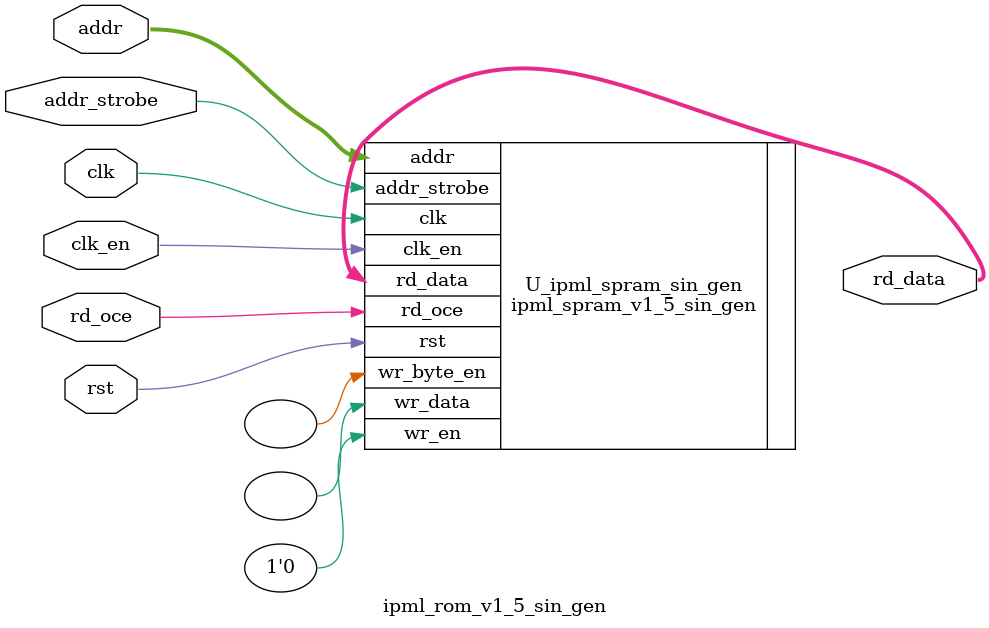
<source format=v>




module ipml_rom_v1_5_sin_gen
 #(
    parameter  c_SIM_DEVICE     = "LOGOS"      ,
    parameter  c_ADDR_WIDTH     = 10           ,           //write address width  legal value:1~20 
    parameter  c_DATA_WIDTH     = 32           ,           //write data width     legal value:8~1152
    parameter  c_OUTPUT_REG     = 0            ,           //output register      legal value:1~20
    parameter  c_RD_OCE_EN      = 0            ,
    parameter  c_CLK_EN         = 0            ,
    parameter  c_ADDR_STROBE_EN = 0            ,
    parameter  c_RESET_TYPE     = "ASYNC_RESET",           //ASYNC_RESET_SYNC_RELEASE SYNC_RESET legal valve "ASYNC_RESET_SYNC_RELEASE" "SYNC_RESET" "ASYNC_RESET"
    parameter  c_POWER_OPT      = 0            ,           //0 :normal mode  1:low power mode legal value:0 or 1
    parameter  c_CLK_OR_POL_INV = 0            ,           //clk polarity invert for output register   legal value 1 or 0           
    parameter  c_INIT_FILE      = "NONE"       ,           //legal value:"NONE" or "initial file name"
    parameter  c_INIT_FORMAT    = "BIN"                   //initial data format   legal valve: "bin" or "hex"
    
 )
  (
   
    input  wire [c_ADDR_WIDTH-1 : 0]  addr        ,
    output wire [c_DATA_WIDTH-1 : 0]  rd_data     ,
    input  wire                       clk         ,
    input  wire                       clk_en      ,
    input  wire                       addr_strobe ,
    input  wire                       rst         ,
    input  wire                       rd_oce       
  );

//**********************************************************************************************************************************************   
    
//main code
//*************************************************************************************************************************************
//inner variables

ipml_spram_v1_5_sin_gen
 #(
    .c_SIM_DEVICE     (c_SIM_DEVICE),
    .c_ADDR_WIDTH     (c_ADDR_WIDTH),           //write address width  legal value:1~20                              
    .c_DATA_WIDTH     (c_DATA_WIDTH),           //write data width     legal value:8~1152                            
    .c_OUTPUT_REG     (c_OUTPUT_REG),           //output register      legal value:1~20                              
    .c_RD_OCE_EN      (c_RD_OCE_EN),
    .c_ADDR_STROBE_EN (c_ADDR_STROBE_EN),
    .c_CLK_EN         (c_CLK_EN),
    .c_RESET_TYPE     (c_RESET_TYPE),           //legal valve "ASYNC_RESET_SYNC_RELEASE" "SYNC_RESET" "ASYNC_RESET"  
    .c_POWER_OPT      (c_POWER_OPT),            //0 :normal mode  1:low power mode legal value:0 or 1                 
    .c_CLK_OR_POL_INV (c_CLK_OR_POL_INV),       //clk polarity invert for output register legal value 1 or 0         
    .c_INIT_FILE      (c_INIT_FILE),            //legal value:"NONE" or "initial file name"                          
    .c_INIT_FORMAT    (c_INIT_FORMAT),          //initial data format   legal valve: "bin" or "hex"                  
    .c_WR_BYTE_EN     (0),                      //byte write enable    legal value: 0 or 1                            
    .c_BE_WIDTH       (1),                      //byte width legal value: 1~128
    .c_RAM_MODE       ("ROM"),
    .c_WRITE_MODE     ("NORMAL_WRITE")          //global reset enable  legal value 0 or 1                            
 )  U_ipml_spram_sin_gen                       //"NORMAL_WRITE"; // TRANSPARENT_WRITE READ_BEFORE_WRITE             
  (
   
    .addr        (addr),
    .wr_data     (),
    .rd_data     (rd_data),
    .wr_en       (1'b0),
    .clk         (clk),
    .clk_en      (clk_en),
    .addr_strobe (addr_strobe),
    .rst         (rst),
    .wr_byte_en  (),
    .rd_oce      (rd_oce) 
  );
 

endmodule


</source>
